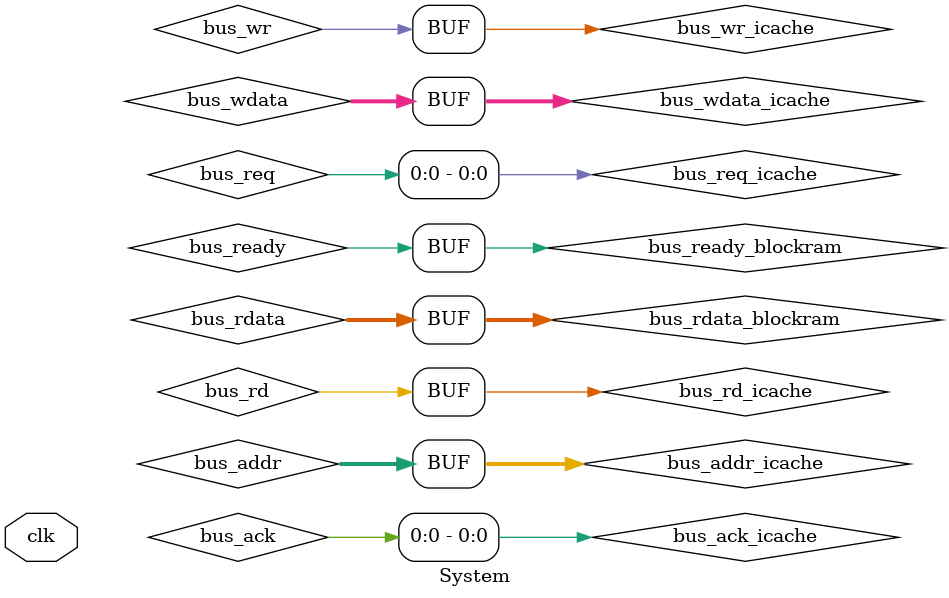
<source format=v>
`define BUS_ICACHE 0

module System(input clk);
	wire [7:0] bus_req;
	wire [7:0] bus_ack;
	wire [31:0] bus_addr;
	wire [31:0] bus_rdata;
	wire [31:0] bus_wdata;
	wire bus_rd, bus_wr;
	wire bus_ready;
	
	wire bus_req_icache = bus_req[`BUS_ICACHE];
	wire bus_ack_icache = bus_ack[`BUS_ICACHE];
	wire [31:0] bus_addr_icache;
	wire [31:0] bus_wdata_icache;
	wire bus_rd_icache;
	wire bus_wr_icache;
	
	wire [31:0] bus_rdata_blockram;
	wire bus_ready_blockram;
	
	assign bus_addr = bus_addr_icache;
	assign bus_rdata = bus_rdata_blockram;
	assign bus_wdata = bus_wdata_icache;
	assign bus_rd = bus_rd_icache;
	assign bus_wr = bus_wr_icache;
	assign bus_ready = bus_ready_blockram;

	BusArbiter busarbiter(.bus_req(bus_req), .bus_ack(bus_ack));

	ICache icache(
		.clk(clk),
		.rd_addr(), .rd_req(), .rd_wait(), .rd_data(),
		.bus_req(bus_req_icache), .bus_ack(bus_ack_icache),
		.bus_addr(bus_addr_icache), .bus_rdata(bus_rdata),
		.bus_wdata(bus_wdata_icache), .bus_rd(bus_rd_icache),
		.bus_wr(bus_wr_icache), .bus_ready(bus_ready));

	BlockRAM blockram(
		.clk(clk),
		.bus_addr(bus_addr), .bus_rdata(bus_rdata_blockram),
		.bus_wdata(bus_wdata), .bus_rd(bus_rd), .bus_wr(bus_wr),
		.bus_ready(bus_ready_blockram));

endmodule

</source>
